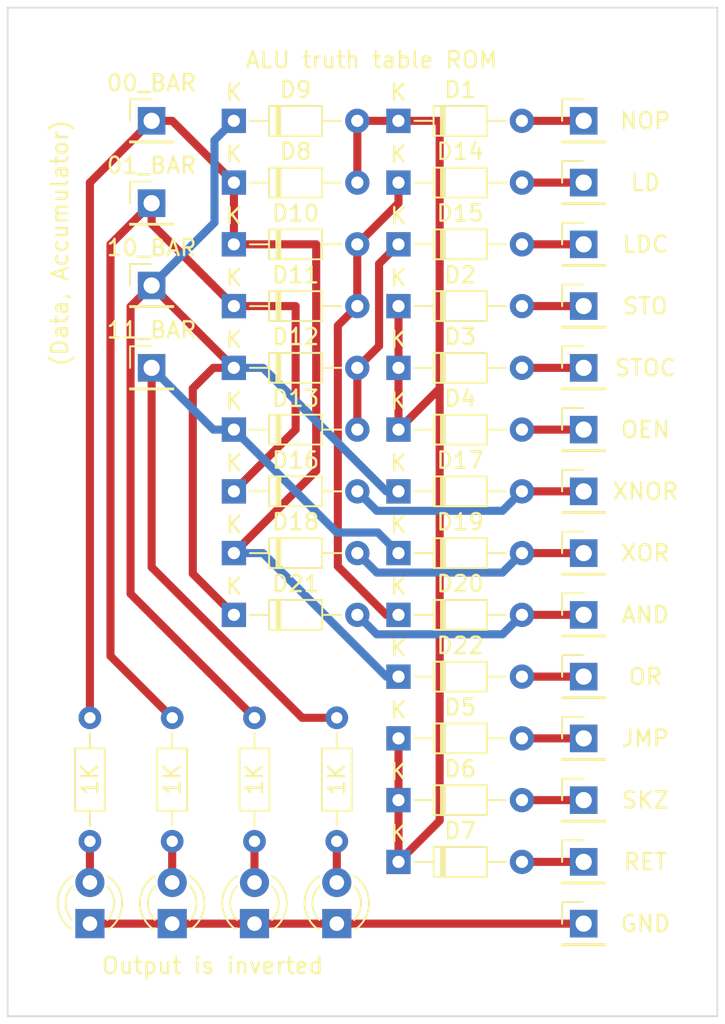
<source format=kicad_pcb>
(kicad_pcb (version 20221018) (generator pcbnew)
  (layers (0 "F.Cu" signal) (31 "B.Cu" signal) (34 "B.Paste" user) (35 "F.Paste" user) (36 "B.SilkS" user "B.Silkscreen") (37 "F.SilkS" user "F.Silkscreen") (38 "B.Mask" user) (39 "F.Mask" user) (44 "Edge.Cuts" user))
  (net 0 "")
  (net 1 "Net-(AND1-Pin_1)")
  (net 2 "Net-(D1-K)")
  (net 3 "Net-(D1-A)")
  (net 4 "Net-(D2-A)")
  (net 5 "Net-(D3-A)")
  (net 6 "Net-(D4-A)")
  (net 7 "Net-(D5-A)")
  (net 8 "Net-(D6-A)")
  (net 9 "Net-(D7-A)")
  (net 10 "Net-(D10-K)")
  (net 11 "Net-(D12-K)")
  (net 12 "Net-(D10-A)")
  (net 13 "Net-(D11-K)")
  (net 14 "Net-(D12-A)")
  (net 15 "Net-(D13-K)")
  (net 16 "Net-(D14-A)")
  (net 17 "Net-(D16-A)")
  (net 18 "Net-(D15-A)")
  (net 19 "Net-(D22-A)")
  (net 20 "Net-(D18-A)")
  (net 21 "GND")
  (net 22 "Net-(D23-A)")
  (net 23 "Net-(D24-A)")
  (net 24 "Net-(D25-A)")
  (net 25 "Net-(D26-A)")
  (footprint "Diode_THT:D_DO-34_SOD68_P7.62mm_Horizontal" (layer "F.Cu") (at 34.925 51.435)
    (fp_text reference "D16" (at 3.81 -1.92) (layer "F.SilkS"))
    (fp_text value "D")
    (fp_text user "K" (at 0 -1.75) (layer "F.SilkS"))
    (pad "1" thru_hole rect (at 0 0) (size 1.5 1.5) (drill 0.75) (layers "*.Cu" "*.Mask") (net 13 "Net-(D11-K)"))
    (pad "2" thru_hole oval (at 7.62 0) (size 1.5 1.5) (drill 0.75) (layers "*.Cu" "*.Mask") (net 17 "Net-(D16-A)"))
  )
  (footprint "Diode_THT:D_DO-34_SOD68_P7.62mm_Horizontal" (layer "F.Cu") (at 45.085 62.865)
    (fp_text reference "D22" (at 3.81 -1.92) (layer "F.SilkS"))
    (fp_text value "D")
    (fp_text user "K" (at 0 -1.75) (layer "F.SilkS"))
    (pad "1" thru_hole rect (at 0 0) (size 1.5 1.5) (drill 0.75) (layers "*.Cu" "*.Mask") (net 10 "Net-(D10-K)"))
    (pad "2" thru_hole oval (at 7.62 0) (size 1.5 1.5) (drill 0.75) (layers "*.Cu" "*.Mask") (net 19 "Net-(D22-A)"))
  )
  (footprint "Connector_PinHeader_2.54mm:PinHeader_1x01_P2.54mm_Vertical" (layer "F.Cu") (at 56.515 40.005)
    (fp_text reference "STO" (at 3.81 0) (layer "F.SilkS"))
    (fp_text value "Conn_01x01_Pin" hide)
    (pad "1" thru_hole rect (at 0 0) (size 1.7 1.7) (drill 1) (layers "*.Cu" "*.Mask") (net 4 "Net-(D2-A)"))
  )
  (footprint "Diode_THT:D_DO-34_SOD68_P7.62mm_Horizontal" (layer "F.Cu") (at 45.085 55.245)
    (fp_text reference "D19" (at 3.81 -1.92) (layer "F.SilkS"))
    (fp_text value "D")
    (fp_text user "K" (at 0 -1.75) (layer "F.SilkS"))
    (pad "1" thru_hole rect (at 0 0) (size 1.5 1.5) (drill 0.75) (layers "*.Cu" "*.Mask") (net 15 "Net-(D13-K)"))
    (pad "2" thru_hole oval (at 7.62 0) (size 1.5 1.5) (drill 0.75) (layers "*.Cu" "*.Mask") (net 20 "Net-(D18-A)"))
  )
  (footprint "Diode_THT:D_DO-34_SOD68_P7.62mm_Horizontal" (layer "F.Cu") (at 45.085 47.625)
    (fp_text reference "D4" (at 3.81 -1.92) (layer "F.SilkS"))
    (fp_text value "D")
    (fp_text user "K" (at 0 -1.75) (layer "F.SilkS"))
    (pad "1" thru_hole rect (at 0 0) (size 1.5 1.5) (drill 0.75) (layers "*.Cu" "*.Mask") (net 2 "Net-(D1-K)"))
    (pad "2" thru_hole oval (at 7.62 0) (size 1.5 1.5) (drill 0.75) (layers "*.Cu" "*.Mask") (net 6 "Net-(D4-A)"))
  )
  (footprint "Diode_THT:D_DO-34_SOD68_P7.62mm_Horizontal" (layer "F.Cu") (at 34.925 40.005)
    (fp_text reference "D11" (at 3.81 -1.92) (layer "F.SilkS"))
    (fp_text value "D")
    (fp_text user "K" (at 0 -1.75) (layer "F.SilkS"))
    (pad "1" thru_hole rect (at 0 0) (size 1.5 1.5) (drill 0.75) (layers "*.Cu" "*.Mask") (net 13 "Net-(D11-K)"))
    (pad "2" thru_hole oval (at 7.62 0) (size 1.5 1.5) (drill 0.75) (layers "*.Cu" "*.Mask") (net 12 "Net-(D10-A)"))
  )
  (footprint "Diode_THT:D_DO-34_SOD68_P7.62mm_Horizontal" (layer "F.Cu") (at 45.085 51.435)
    (fp_text reference "D17" (at 3.81 -1.92) (layer "F.SilkS"))
    (fp_text value "D")
    (fp_text user "K" (at 0 -1.75) (layer "F.SilkS"))
    (pad "1" thru_hole rect (at 0 0) (size 1.5 1.5) (drill 0.75) (layers "*.Cu" "*.Mask") (net 11 "Net-(D12-K)"))
    (pad "2" thru_hole oval (at 7.62 0) (size 1.5 1.5) (drill 0.75) (layers "*.Cu" "*.Mask") (net 17 "Net-(D16-A)"))
  )
  (footprint "Resistor_THT:R_Axial_DIN0204_L3.6mm_D1.6mm_P7.62mm_Horizontal" (layer "F.Cu") (at 36.195 65.405 -90)
    (fp_text reference "1K" (at 3.81 0 90) (layer "F.SilkS"))
    (fp_text value "1K" hide)
    (pad "1" thru_hole circle (at 0 0 270) (size 1.4 1.4) (drill 0.7) (layers "*.Cu" "*.Mask") (net 11 "Net-(D12-K)"))
    (pad "2" thru_hole oval (at 7.62 0 270) (size 1.4 1.4) (drill 0.7) (layers "*.Cu" "*.Mask") (net 24 "Net-(D25-A)"))
  )
  (footprint "Connector_PinHeader_2.54mm:PinHeader_1x01_P2.54mm_Vertical" (layer "F.Cu") (at 56.515 28.575)
    (fp_text reference "NOP" (at 3.81 0) (layer "F.SilkS"))
    (fp_text value "Conn_01x01_Pin" hide)
    (pad "1" thru_hole rect (at 0 0) (size 1.7 1.7) (drill 1) (layers "*.Cu" "*.Mask") (net 3 "Net-(D1-A)"))
  )
  (footprint "Connector_PinHeader_2.54mm:PinHeader_1x01_P2.54mm_Vertical" (layer "F.Cu") (at 56.515 78.105)
    (fp_text reference "GND" (at 3.81 0) (layer "F.SilkS"))
    (fp_text value "Conn_01x01_Pin" hide)
    (pad "1" thru_hole rect (at 0 0) (size 1.7 1.7) (drill 1) (layers "*.Cu" "*.Mask") (net 21 "GND"))
  )
  (footprint "MountingHole:MountingHole_2.1mm" (layer "F.Cu") (at 22.86 23.495)
    (fp_text reference "REF**" hide)
    (fp_text value "MountingHole_2.1mm" hide)
    (pad "" np_thru_hole circle (at 0 0) (size 2.1 2.1) (drill 2.1) (layers "F&B.Cu" "*.Mask"))
  )
  (footprint "Connector_PinHeader_2.54mm:PinHeader_1x01_P2.54mm_Vertical" (layer "F.Cu") (at 29.845 33.655)
    (fp_text reference "01_BAR" (at 0 -2.33) (layer "F.SilkS"))
    (fp_text value "Conn_01x01_Pin" hide)
    (pad "1" thru_hole rect (at 0 0) (size 1.7 1.7) (drill 1) (layers "*.Cu" "*.Mask") (net 13 "Net-(D11-K)"))
  )
  (footprint "Diode_THT:D_DO-34_SOD68_P7.62mm_Horizontal" (layer "F.Cu") (at 45.085 66.675)
    (fp_text reference "D5" (at 3.81 -1.92) (layer "F.SilkS"))
    (fp_text value "D")
    (fp_text user "K" (at 0 -1.75) (layer "F.SilkS"))
    (pad "1" thru_hole rect (at 0 0) (size 1.5 1.5) (drill 0.75) (layers "*.Cu" "*.Mask") (net 2 "Net-(D1-K)"))
    (pad "2" thru_hole oval (at 7.62 0) (size 1.5 1.5) (drill 0.75) (layers "*.Cu" "*.Mask") (net 7 "Net-(D5-A)"))
  )
  (footprint "Diode_THT:D_DO-34_SOD68_P7.62mm_Horizontal" (layer "F.Cu") (at 45.085 74.295)
    (fp_text reference "D7" (at 3.81 -1.92) (layer "F.SilkS"))
    (fp_text value "D")
    (fp_text user "K" (at 0 -1.75) (layer "F.SilkS"))
    (pad "1" thru_hole rect (at 0 0) (size 1.5 1.5) (drill 0.75) (layers "*.Cu" "*.Mask") (net 2 "Net-(D1-K)"))
    (pad "2" thru_hole oval (at 7.62 0) (size 1.5 1.5) (drill 0.75) (layers "*.Cu" "*.Mask") (net 9 "Net-(D7-A)"))
  )
  (footprint "Diode_THT:D_DO-34_SOD68_P7.62mm_Horizontal" (layer "F.Cu") (at 34.92 28.575)
    (fp_text reference "D9" (at 3.81 -1.92) (layer "F.SilkS"))
    (fp_text value "D")
    (fp_text user "K" (at 0 -1.75) (layer "F.SilkS"))
    (pad "1" thru_hole rect (at 0 0) (size 1.5 1.5) (drill 0.75) (layers "*.Cu" "*.Mask") (net 11 "Net-(D12-K)"))
    (pad "2" thru_hole oval (at 7.62 0) (size 1.5 1.5) (drill 0.75) (layers "*.Cu" "*.Mask") (net 2 "Net-(D1-K)"))
  )
  (footprint "Resistor_THT:R_Axial_DIN0204_L3.6mm_D1.6mm_P7.62mm_Horizontal" (layer "F.Cu") (at 26.035 65.405 -90)
    (fp_text reference "1K" (at 3.81 0 90) (layer "F.SilkS"))
    (fp_text value "2K" hide)
    (pad "1" thru_hole circle (at 0 0 270) (size 1.4 1.4) (drill 0.7) (layers "*.Cu" "*.Mask") (net 10 "Net-(D10-K)"))
    (pad "2" thru_hole oval (at 7.62 0 270) (size 1.4 1.4) (drill 0.7) (layers "*.Cu" "*.Mask") (net 22 "Net-(D23-A)"))
  )
  (footprint "Diode_THT:D_DO-34_SOD68_P7.62mm_Horizontal" (layer "F.Cu") (at 34.925 59.055)
    (fp_text reference "D21" (at 3.81 -1.92) (layer "F.SilkS"))
    (fp_text value "D")
    (fp_text user "K" (at 0 -1.75) (layer "F.SilkS"))
    (pad "1" thru_hole rect (at 0 0) (size 1.5 1.5) (drill 0.75) (layers "*.Cu" "*.Mask") (net 11 "Net-(D12-K)"))
    (pad "2" thru_hole oval (at 7.62 0) (size 1.5 1.5) (drill 0.75) (layers "*.Cu" "*.Mask") (net 1 "Net-(AND1-Pin_1)"))
  )
  (footprint "Connector_PinHeader_2.54mm:PinHeader_1x01_P2.54mm_Vertical" (layer "F.Cu") (at 56.515 32.385)
    (fp_text reference "LD" (at 3.81 0) (layer "F.SilkS"))
    (fp_text value "Conn_01x01_Pin" hide)
    (pad "1" thru_hole rect (at 0 0) (size 1.7 1.7) (drill 1) (layers "*.Cu" "*.Mask") (net 16 "Net-(D14-A)"))
  )
  (footprint "Connector_PinHeader_2.54mm:PinHeader_1x01_P2.54mm_Vertical" (layer "F.Cu") (at 29.845 28.575)
    (fp_text reference "00_BAR" (at 0 -2.33) (layer "F.SilkS"))
    (fp_text value "Conn_01x01_Pin" hide)
    (pad "1" thru_hole rect (at 0 0) (size 1.7 1.7) (drill 1) (layers "*.Cu" "*.Mask") (net 10 "Net-(D10-K)"))
  )
  (footprint "Connector_PinHeader_2.54mm:PinHeader_1x01_P2.54mm_Vertical" (layer "F.Cu") (at 56.515 62.865)
    (fp_text reference "OR" (at 3.81 0) (layer "F.SilkS"))
    (fp_text value "Conn_01x01_Pin" hide)
    (pad "1" thru_hole rect (at 0 0) (size 1.7 1.7) (drill 1) (layers "*.Cu" "*.Mask") (net 19 "Net-(D22-A)"))
  )
  (footprint "Connector_PinHeader_2.54mm:PinHeader_1x01_P2.54mm_Vertical" (layer "F.Cu") (at 56.515 36.195)
    (fp_text reference "LDC" (at 3.81 0) (layer "F.SilkS"))
    (fp_text value "Conn_01x01_Pin" hide)
    (pad "1" thru_hole rect (at 0 0) (size 1.7 1.7) (drill 1) (layers "*.Cu" "*.Mask") (net 18 "Net-(D15-A)"))
  )
  (footprint "Diode_THT:D_DO-34_SOD68_P7.62mm_Horizontal" (layer "F.Cu") (at 34.925 47.625)
    (fp_text reference "D13" (at 3.81 -1.92) (layer "F.SilkS"))
    (fp_text value "D")
    (fp_text user "K" (at 0 -1.75) (layer "F.SilkS"))
    (pad "1" thru_hole rect (at 0 0) (size 1.5 1.5) (drill 0.75) (layers "*.Cu" "*.Mask") (net 15 "Net-(D13-K)"))
    (pad "2" thru_hole oval (at 7.62 0) (size 1.5 1.5) (drill 0.75) (layers "*.Cu" "*.Mask") (net 14 "Net-(D12-A)"))
  )
  (footprint "Diode_THT:D_DO-34_SOD68_P7.62mm_Horizontal" (layer "F.Cu") (at 34.92 43.815)
    (fp_text reference "D12" (at 3.81 -1.92) (layer "F.SilkS"))
    (fp_text value "D")
    (fp_text user "K" (at 0 -1.75) (layer "F.SilkS"))
    (pad "1" thru_hole rect (at 0 0) (size 1.5 1.5) (drill 0.75) (layers "*.Cu" "*.Mask") (net 11 "Net-(D12-K)"))
    (pad "2" thru_hole oval (at 7.62 0) (size 1.5 1.5) (drill 0.75) (layers "*.Cu" "*.Mask") (net 14 "Net-(D12-A)"))
  )
  (footprint "Diode_THT:D_DO-34_SOD68_P7.62mm_Horizontal" (layer "F.Cu") (at 34.925 32.385)
    (fp_text reference "D8" (at 3.81 -1.92) (layer "F.SilkS"))
    (fp_text value "D")
    (fp_text user "K" (at 0 -1.75) (layer "F.SilkS"))
    (pad "1" thru_hole rect (at 0 0) (size 1.5 1.5) (drill 0.75) (layers "*.Cu" "*.Mask") (net 10 "Net-(D10-K)"))
    (pad "2" thru_hole oval (at 7.62 0) (size 1.5 1.5) (drill 0.75) (layers "*.Cu" "*.Mask") (net 2 "Net-(D1-K)"))
  )
  (footprint "Diode_THT:D_DO-34_SOD68_P7.62mm_Horizontal" (layer "F.Cu") (at 45.085 59.055)
    (fp_text reference "D20" (at 3.81 -1.92) (layer "F.SilkS"))
    (fp_text value "D")
    (fp_text user "K" (at 0 -1.75) (layer "F.SilkS"))
    (pad "1" thru_hole rect (at 0 0) (size 1.5 1.5) (drill 0.75) (layers "*.Cu" "*.Mask") (net 12 "Net-(D10-A)"))
    (pad "2" thru_hole oval (at 7.62 0) (size 1.5 1.5) (drill 0.75) (layers "*.Cu" "*.Mask") (net 1 "Net-(AND1-Pin_1)"))
  )
  (footprint "Connector_PinHeader_2.54mm:PinHeader_1x01_P2.54mm_Vertical" (layer "F.Cu") (at 56.515 55.245)
    (fp_text reference "XOR" (at 3.81 0) (layer "F.SilkS"))
    (fp_text value "Conn_01x01_Pin" hide)
    (pad "1" thru_hole rect (at 0 0) (size 1.7 1.7) (drill 1) (layers "*.Cu" "*.Mask") (net 20 "Net-(D18-A)"))
  )
  (footprint "Diode_THT:D_DO-34_SOD68_P7.62mm_Horizontal" (layer "F.Cu") (at 45.085 32.385)
    (fp_text reference "D14" (at 3.81 -1.92) (layer "F.SilkS"))
    (fp_text value "D")
    (fp_text user "K" (at 0 -1.75) (layer "F.SilkS"))
    (pad "1" thru_hole rect (at 0 0) (size 1.5 1.5) (drill 0.75) (layers "*.Cu" "*.Mask") (net 12 "Net-(D10-A)"))
    (pad "2" thru_hole oval (at 7.62 0) (size 1.5 1.5) (drill 0.75) (layers "*.Cu" "*.Mask") (net 16 "Net-(D14-A)"))
  )
  (footprint "Connector_PinHeader_2.54mm:PinHeader_1x01_P2.54mm_Vertical" (layer "F.Cu") (at 56.515 66.675)
    (fp_text reference "JMP" (at 3.81 0) (layer "F.SilkS"))
    (fp_text value "Conn_01x01_Pin" hide)
    (pad "1" thru_hole rect (at 0 0) (size 1.7 1.7) (drill 1) (layers "*.Cu" "*.Mask") (net 7 "Net-(D5-A)"))
  )
  (footprint "Diode_THT:D_DO-34_SOD68_P7.62mm_Horizontal" (layer "F.Cu") (at 45.085 43.815)
    (fp_text reference "D3" (at 3.81 -1.92) (layer "F.SilkS"))
    (fp_text value "D")
    (fp_text user "K" (at 0 -1.75) (layer "F.SilkS"))
    (pad "1" thru_hole rect (at 0 0) (size 1.5 1.5) (drill 0.75) (layers "*.Cu" "*.Mask") (net 2 "Net-(D1-K)"))
    (pad "2" thru_hole oval (at 7.62 0) (size 1.5 1.5) (drill 0.75) (layers "*.Cu" "*.Mask") (net 5 "Net-(D3-A)"))
  )
  (footprint "Connector_PinHeader_2.54mm:PinHeader_1x01_P2.54mm_Vertical" (layer "F.Cu") (at 29.845 38.735)
    (fp_text reference "10_BAR" (at 0 -2.33) (layer "F.SilkS"))
    (fp_text value "Conn_01x01_Pin" hide)
    (pad "1" thru_hole rect (at 0 0) (size 1.7 1.7) (drill 1) (layers "*.Cu" "*.Mask") (net 11 "Net-(D12-K)"))
  )
  (footprint "LED_THT:LED_D3.0mm" (layer "F.Cu") (at 26.035 78.105 90)
    (fp_text reference "D23" hide)
    (fp_text value "LED" hide)
    (pad "1" thru_hole rect (at 0 0 90) (size 1.8 1.8) (drill 0.9) (layers "*.Cu" "*.Mask") (net 21 "GND"))
    (pad "2" thru_hole circle (at 2.54 0 90) (size 1.8 1.8) (drill 0.9) (layers "*.Cu" "*.Mask") (net 22 "Net-(D23-A)"))
  )
  (footprint "Diode_THT:D_DO-34_SOD68_P7.62mm_Horizontal" (layer "F.Cu") (at 45.085 36.195)
    (fp_text reference "D15" (at 3.81 -1.92) (layer "F.SilkS"))
    (fp_text value "D")
    (fp_text user "K" (at 0 -1.75) (layer "F.SilkS"))
    (pad "1" thru_hole rect (at 0 0) (size 1.5 1.5) (drill 0.75) (layers "*.Cu" "*.Mask") (net 14 "Net-(D12-A)"))
    (pad "2" thru_hole oval (at 7.62 0) (size 1.5 1.5) (drill 0.75) (layers "*.Cu" "*.Mask") (net 18 "Net-(D15-A)"))
  )
  (footprint "LED_THT:LED_D3.0mm" (layer "F.Cu") (at 41.275 78.105 90)
    (fp_text reference "D26" hide)
    (fp_text value "LED" hide)
    (pad "1" thru_hole rect (at 0 0 90) (size 1.8 1.8) (drill 0.9) (layers "*.Cu" "*.Mask") (net 21 "GND"))
    (pad "2" thru_hole circle (at 2.54 0 90) (size 1.8 1.8) (drill 0.9) (layers "*.Cu" "*.Mask") (net 25 "Net-(D26-A)"))
  )
  (footprint "Diode_THT:D_DO-34_SOD68_P7.62mm_Horizontal" (layer "F.Cu") (at 34.92 36.195)
    (fp_text reference "D10" (at 3.81 -1.92) (layer "F.SilkS"))
    (fp_text value "D")
    (fp_text user "K" (at 0 -1.75) (layer "F.SilkS"))
    (pad "1" thru_hole rect (at 0 0) (size 1.5 1.5) (drill 0.75) (layers "*.Cu" "*.Mask") (net 10 "Net-(D10-K)"))
    (pad "2" thru_hole oval (at 7.62 0) (size 1.5 1.5) (drill 0.75) (layers "*.Cu" "*.Mask") (net 12 "Net-(D10-A)"))
  )
  (footprint "Connector_PinHeader_2.54mm:PinHeader_1x01_P2.54mm_Vertical" (layer "F.Cu") (at 56.515 74.295)
    (fp_text reference "RET" (at 3.81 0) (layer "F.SilkS"))
    (fp_text value "Conn_01x01_Pin" hide)
    (pad "1" thru_hole rect (at 0 0) (size 1.7 1.7) (drill 1) (layers "*.Cu" "*.Mask") (net 9 "Net-(D7-A)"))
  )
  (footprint "Connector_PinHeader_2.54mm:PinHeader_1x01_P2.54mm_Vertical" (layer "F.Cu") (at 29.845 43.815)
    (fp_text reference "11_BAR" (at 0 -2.33) (layer "F.SilkS"))
    (fp_text value "Conn_01x01_Pin" hide)
    (pad "1" thru_hole rect (at 0 0) (size 1.7 1.7) (drill 1) (layers "*.Cu" "*.Mask") (net 15 "Net-(D13-K)"))
  )
  (footprint "Diode_THT:D_DO-34_SOD68_P7.62mm_Horizontal" (layer "F.Cu") (at 45.085 70.485)
    (fp_text reference "D6" (at 3.81 -1.92) (layer "F.SilkS"))
    (fp_text value "D")
    (fp_text user "K" (at 0 -1.75) (layer "F.SilkS"))
    (pad "1" thru_hole rect (at 0 0) (size 1.5 1.5) (drill 0.75) (layers "*.Cu" "*.Mask") (net 2 "Net-(D1-K)"))
    (pad "2" thru_hole oval (at 7.62 0) (size 1.5 1.5) (drill 0.75) (layers "*.Cu" "*.Mask") (net 8 "Net-(D6-A)"))
  )
  (footprint "Diode_THT:D_DO-34_SOD68_P7.62mm_Horizontal" (layer "F.Cu") (at 34.925 55.245)
    (fp_text reference "D18" (at 3.81 -1.92) (layer "F.SilkS"))
    (fp_text value "D")
    (fp_text user "K" (at 0 -1.75) (layer "F.SilkS"))
    (pad "1" thru_hole rect (at 0 0) (size 1.5 1.5) (drill 0.75) (layers "*.Cu" "*.Mask") (net 10 "Net-(D10-K)"))
    (pad "2" thru_hole oval (at 7.62 0) (size 1.5 1.5) (drill 0.75) (layers "*.Cu" "*.Mask") (net 20 "Net-(D18-A)"))
  )
  (footprint "Diode_THT:D_DO-34_SOD68_P7.62mm_Horizontal" (layer "F.Cu") (at 45.085 40.005)
    (fp_text reference "D2" (at 3.81 -1.92) (layer "F.SilkS"))
    (fp_text value "D")
    (fp_text user "K" (at 0 -1.75) (layer "F.SilkS"))
    (pad "1" thru_hole rect (at 0 0) (size 1.5 1.5) (drill 0.75) (layers "*.Cu" "*.Mask") (net 2 "Net-(D1-K)"))
    (pad "2" thru_hole oval (at 7.62 0) (size 1.5 1.5) (drill 0.75) (layers "*.Cu" "*.Mask") (net 4 "Net-(D2-A)"))
  )
  (footprint "MountingHole:MountingHole_2.1mm" (layer "F.Cu") (at 62.865 23.495)
    (fp_text reference "REF**" hide)
    (fp_text value "MountingHole_2.1mm" hide)
    (pad "" np_thru_hole circle (at 0 0) (size 2.1 2.1) (drill 2.1) (layers "*.Cu" "*.Mask"))
  )
  (footprint "Connector_PinHeader_2.54mm:PinHeader_1x01_P2.54mm_Vertical" (layer "F.Cu") (at 56.515 51.435)
    (fp_text reference "XNOR" (at 3.81 0) (layer "F.SilkS"))
    (fp_text value "Conn_01x01_Pin" hide)
    (pad "1" thru_hole rect (at 0 0) (size 1.7 1.7) (drill 1) (layers "*.Cu" "*.Mask") (net 17 "Net-(D16-A)"))
  )
  (footprint "Diode_THT:D_DO-34_SOD68_P7.62mm_Horizontal" (layer "F.Cu") (at 45.08 28.575)
    (fp_text reference "D1" (at 3.81 -1.92) (layer "F.SilkS"))
    (fp_text value "D")
    (fp_text user "K" (at 0 -1.75) (layer "F.SilkS"))
    (pad "1" thru_hole rect (at 0 0) (size 1.5 1.5) (drill 0.75) (layers "*.Cu" "*.Mask") (net 2 "Net-(D1-K)"))
    (pad "2" thru_hole oval (at 7.62 0) (size 1.5 1.5) (drill 0.75) (layers "*.Cu" "*.Mask") (net 3 "Net-(D1-A)"))
  )
  (footprint "Connector_PinHeader_2.54mm:PinHeader_1x01_P2.54mm_Vertical" (layer "F.Cu") (at 56.515 47.625)
    (fp_text reference "OEN" (at 3.81 0) (layer "F.SilkS"))
    (fp_text value "Conn_01x01_Pin" hide)
    (pad "1" thru_hole rect (at 0 0) (size 1.7 1.7) (drill 1) (layers "*.Cu" "*.Mask") (net 6 "Net-(D4-A)"))
  )
  (footprint "LED_THT:LED_D3.0mm" (layer "F.Cu") (at 36.195 78.105 90)
    (fp_text reference "D25" hide)
    (fp_text value "LED" hide)
    (pad "1" thru_hole rect (at 0 0 90) (size 1.8 1.8) (drill 0.9) (layers "*.Cu" "*.Mask") (net 21 "GND"))
    (pad "2" thru_hole circle (at 2.54 0 90) (size 1.8 1.8) (drill 0.9) (layers "*.Cu" "*.Mask") (net 24 "Net-(D25-A)"))
  )
  (footprint "MountingHole:MountingHole_2.1mm" (layer "F.Cu") (at 62.865 81.915)
    (fp_text reference "REF**" hide)
    (fp_text value "MountingHole_2.1mm" hide)
    (pad "" np_thru_hole circle (at 0 0) (size 2.1 2.1) (drill 2.1) (layers "F&B.Cu" "*.Mask"))
  )
  (footprint "Connector_PinHeader_2.54mm:PinHeader_1x01_P2.54mm_Vertical" (layer "F.Cu") (at 56.515 59.055)
    (fp_text reference "AND" (at 3.81 0) (layer "F.SilkS"))
    (fp_text value "Conn_01x01_Pin" hide)
    (pad "1" thru_hole rect (at 0 0) (size 1.7 1.7) (drill 1) (layers "*.Cu" "*.Mask") (net 1 "Net-(AND1-Pin_1)"))
  )
  (footprint "Connector_PinHeader_2.54mm:PinHeader_1x01_P2.54mm_Vertical" (layer "F.Cu") (at 56.515 70.485)
    (fp_text reference "SKZ" (at 3.81 0) (layer "F.SilkS"))
    (fp_text value "Conn_01x01_Pin" hide)
    (pad "1" thru_hole rect (at 0 0) (size 1.7 1.7) (drill 1) (layers "*.Cu" "*.Mask") (net 8 "Net-(D6-A)"))
  )
  (footprint "Resistor_THT:R_Axial_DIN0204_L3.6mm_D1.6mm_P7.62mm_Horizontal" (layer "F.Cu") (at 31.115 65.405 -90)
    (fp_text reference "1K" (at 3.81 0 90) (layer "F.SilkS"))
    (fp_text value "1K" hide)
    (pad "1" thru_hole circle (at 0 0 270) (size 1.4 1.4) (drill 0.7) (layers "*.Cu" "*.Mask") (net 13 "Net-(D11-K)"))
    (pad "2" thru_hole oval (at 7.62 0 270) (size 1.4 1.4) (drill 0.7) (layers "*.Cu" "*.Mask") (net 23 "Net-(D24-A)"))
  )
  (footprint "MountingHole:MountingHole_2.1mm" (layer "F.Cu") (at 22.86 81.28)
    (fp_text reference "REF**" hide)
    (fp_text value "MountingHole_2.1mm" hide)
    (pad "" np_thru_hole circle (at 0 0) (size 2.1 2.1) (drill 2.1) (layers "F&B.Cu" "*.Mask"))
  )
  (footprint "LED_THT:LED_D3.0mm" (layer "F.Cu") (at 31.115 78.105 90)
    (fp_text reference "D24" hide)
    (fp_text value "LED" hide)
    (pad "1" thru_hole rect (at 0 0 90) (size 1.8 1.8) (drill 0.9) (layers "*.Cu" "*.Mask") (net 21 "GND"))
    (pad "2" thru_hole circle (at 2.54 0 90) (size 1.8 1.8) (drill 0.9) (layers "*.Cu" "*.Mask") (net 23 "Net-(D24-A)"))
  )
  (footprint "Resistor_THT:R_Axial_DIN0204_L3.6mm_D1.6mm_P7.62mm_Horizontal" (layer "F.Cu") (at 41.275 65.405 -90)
    (fp_text reference "1K" (at 3.81 0 90) (layer "F.SilkS"))
    (fp_text value "1k")
    (pad "1" thru_hole circle (at 0 0 270) (size 1.4 1.4) (drill 0.7) (layers "*.Cu" "*.Mask") (net 15 "Net-(D13-K)"))
    (pad "2" thru_hole oval (at 7.62 0 270) (size 1.4 1.4) (drill 0.7) (layers "*.Cu" "*.Mask") (net 25 "Net-(D26-A)"))
  )
  (footprint "Connector_PinHeader_2.54mm:PinHeader_1x01_P2.54mm_Vertical" (layer "F.Cu") (at 56.515 43.815)
    (fp_text reference "STOC" (at 3.81 0) (layer "F.SilkS"))
    (fp_text value "Conn_01x01_Pin" hide)
    (pad "1" thru_hole rect (at 0 0) (size 1.7 1.7) (drill 1) (layers "*.Cu" "*.Mask") (net 5 "Net-(D3-A)"))
  )
  (gr_rect (start 20.955 21.59) (end 64.77 83.82) (stroke (width 0.1)) (fill none) (layer "Edge.Cuts"))
  (gr_text "ALU truth table ROM" (at 35.56 25.4) (layer "F.SilkS") (effects (font (size 1 1)) (justify left bottom)))
  (gr_text "Output is inverted" (at 26.67 81.28) (layer "F.SilkS") (effects (font (size 1 1)) (justify left bottom)))
  (gr_text "(Data, Accumulator)" (at 24.765 43.815 90) (layer "F.SilkS") (effects (font (size 1 1)) (justify left bottom)))
  (segment (start 52.705 59.055) (end 56.515 59.055) (width 0.5) (layer "F.Cu") (net 1))
  (segment (start 43.745 60.255) (end 42.545 59.055) (width 0.5) (layer "B.Cu") (net 1))
  (segment (start 51.505 60.255) (end 43.745 60.255) (width 0.5) (layer "B.Cu") (net 1))
  (segment (start 52.705 59.055) (end 51.505 60.255) (width 0.5) (layer "B.Cu") (net 1))
  (segment (start 42.54 28.575) (end 45.08 28.575) (width 0.5) (layer "F.Cu") (net 2))
  (segment (start 47.625 45.085) (end 47.625 71.755) (width 0.5) (layer "F.Cu") (net 2))
  (segment (start 42.545 28.58) (end 42.54 28.575) (width 0.5) (layer "F.Cu") (net 2))
  (segment (start 42.545 32.385) (end 42.545 28.58) (width 0.5) (layer "F.Cu") (net 2))
  (segment (start 47.625 28.575) (end 47.625 45.085) (width 0.5) (layer "F.Cu") (net 2))
  (segment (start 47.625 45.085) (end 45.085 47.625) (width 0.5) (layer "F.Cu") (net 2))
  (segment (start 45.08 28.575) (end 47.625 28.575) (width 0.5) (layer "F.Cu") (net 2))
  (segment (start 45.085 66.675) (end 45.085 74.295) (width 0.5) (layer "F.Cu") (net 2))
  (segment (start 47.625 71.755) (end 45.085 74.295) (width 0.5) (layer "F.Cu") (net 2))
  (segment (start 45.085 47.625) (end 45.085 40.005) (width 0.5) (layer "F.Cu") (net 2))
  (segment (start 52.7 28.575) (end 56.515 28.575) (width 0.5) (layer "F.Cu") (net 3))
  (segment (start 56.515 40.005) (end 52.705 40.005) (width 0.5) (layer "F.Cu") (net 4))
  (segment (start 52.705 43.815) (end 56.515 43.815) (width 0.5) (layer "F.Cu") (net 5))
  (segment (start 56.515 47.625) (end 52.705 47.625) (width 0.5) (layer "F.Cu") (net 6))
  (segment (start 52.705 66.675) (end 56.515 66.675) (width 0.5) (layer "F.Cu") (net 7))
  (segment (start 56.515 70.485) (end 52.705 70.485) (width 0.5) (layer "F.Cu") (net 8))
  (segment (start 52.705 74.295) (end 56.515 74.295) (width 0.5) (layer "F.Cu") (net 9))
  (segment (start 26.035 65.405) (end 26.035 32.385) (width 0.5) (layer "F.Cu") (net 10))
  (segment (start 29.845 28.575) (end 31.115 28.575) (width 0.5) (layer "F.Cu") (net 10))
  (segment (start 26.035 32.385) (end 29.845 28.575) (width 0.5) (layer "F.Cu") (net 10))
  (segment (start 34.92 36.195) (end 40.005 36.195) (width 0.5) (layer "F.Cu") (net 10))
  (segment (start 40.005 50.165) (end 34.925 55.245) (width 0.5) (layer "F.Cu") (net 10))
  (segment (start 40.005 36.195) (end 40.005 50.165) (width 0.5) (layer "F.Cu") (net 10))
  (segment (start 34.925 36.19) (end 34.92 36.195) (width 0.5) (layer "F.Cu") (net 10))
  (segment (start 34.925 32.385) (end 34.925 36.19) (width 0.5) (layer "F.Cu") (net 10))
  (segment (start 31.115 28.575) (end 34.925 32.385) (width 0.5) (layer "F.Cu") (net 10))
  (segment (start 44.335 62.865) (end 36.715 55.245) (width 0.5) (layer "B.Cu") (net 10))
  (segment (start 36.715 55.245) (end 34.925 55.245) (width 0.5) (layer "B.Cu") (net 10))
  (segment (start 45.085 62.865) (end 44.335 62.865) (width 0.5) (layer "B.Cu") (net 10))
  (segment (start 32.385 45.085) (end 33.655 43.815) (width 0.5) (layer "F.Cu") (net 11))
  (segment (start 34.92 43.81) (end 34.92 43.815) (width 0.5) (layer "F.Cu") (net 11))
  (segment (start 29.845 38.735) (end 34.92 43.81) (width 0.5) (layer "F.Cu") (net 11))
  (segment (start 32.385 56.515) (end 34.925 59.055) (width 0.5) (layer "F.Cu") (net 11))
  (segment (start 28.545 57.755) (end 28.545 40.035) (width 0.5) (layer "F.Cu") (net 11))
  (segment (start 32.385 56.515) (end 32.385 45.085) (width 0.5) (layer "F.Cu") (net 11))
  (segment (start 28.545 40.035) (end 29.845 38.735) (width 0.5) (layer "F.Cu") (net 11))
  (segment (start 36.195 65.405) (end 28.545 57.755) (width 0.5) (layer "F.Cu") (net 11))
  (segment (start 34.92 43.815) (end 33.655 43.815) (width 0.5) (layer "F.Cu") (net 11))
  (segment (start 33.725 34.855) (end 29.845 38.735) (width 0.5) (layer "B.Cu") (net 11))
  (segment (start 45.085 51.435) (end 44.335 51.435) (width 0.5) (layer "B.Cu") (net 11))
  (segment (start 33.725 29.77) (end 33.725 34.855) (width 0.5) (layer "B.Cu") (net 11))
  (segment (start 36.715 43.815) (end 34.92 43.815) (width 0.5) (layer "B.Cu") (net 11))
  (segment (start 34.92 28.575) (end 33.725 29.77) (width 0.5) (layer "B.Cu") (net 11))
  (segment (start 44.335 51.435) (end 36.715 43.815) (width 0.5) (layer "B.Cu") (net 11))
  (segment (start 42.54 36.195) (end 42.54 40) (width 0.5) (layer "F.Cu") (net 12))
  (segment (start 45.085 32.385) (end 45.085 33.65) (width 0.5) (layer "F.Cu") (net 12))
  (segment (start 44.335 59.055) (end 41.34 56.06) (width 0.5) (layer "F.Cu") (net 12))
  (segment (start 45.085 59.055) (end 44.335 59.055) (width 0.5) (layer "F.Cu") (net 12))
  (segment (start 41.34 56.06) (end 41.34 41.21) (width 0.5) (layer "F.Cu") (net 12))
  (segment (start 41.34 41.21) (end 42.545 40.005) (width 0.5) (layer "F.Cu") (net 12))
  (segment (start 42.54 40) (end 42.545 40.005) (width 0.5) (layer "F.Cu") (net 12))
  (segment (start 45.085 33.65) (end 42.54 36.195) (width 0.5) (layer "F.Cu") (net 12))
  (segment (start 29.845 33.655) (end 29.845 34.925) (width 0.5) (layer "F.Cu") (net 13))
  (segment (start 27.305 61.595) (end 31.115 65.405) (width 0.5) (layer "F.Cu") (net 13))
  (segment (start 29.845 34.925) (end 34.925 40.005) (width 0.5) (layer "F.Cu") (net 13))
  (segment (start 38.735 47.625) (end 34.925 51.435) (width 0.5) (layer "F.Cu") (net 13))
  (segment (start 34.925 40.005) (end 38.735 40.005) (width 0.5) (layer "F.Cu") (net 13))
  (segment (start 38.735 40.005) (end 38.735 47.625) (width 0.5) (layer "F.Cu") (net 13))
  (segment (start 29.845 33.655) (end 27.305 36.195) (width 0.5) (layer "F.Cu") (net 13))
  (segment (start 27.305 36.195) (end 27.305 61.595) (width 0.5) (layer "F.Cu") (net 13))
  (segment (start 42.545 47.625) (end 42.545 43.82) (width 0.5) (layer "F.Cu") (net 14))
  (segment (start 42.545 43.82) (end 42.54 43.815) (width 0.5) (layer "F.Cu") (net 14))
  (segment (start 42.54 43.815) (end 43.885 42.47) (width 0.5) (layer "F.Cu") (net 14))
  (segment (start 43.885 37.395) (end 45.085 36.195) (width 0.5) (layer "F.Cu") (net 14))
  (segment (start 43.885 42.47) (end 43.885 37.395) (width 0.5) (layer "F.Cu") (net 14))
  (segment (start 29.845 56.111396) (end 29.845 43.815) (width 0.5) (layer "F.Cu") (net 15))
  (segment (start 41.275 65.405) (end 39.138604 65.405) (width 0.5) (layer "F.Cu") (net 15))
  (segment (start 39.138604 65.405) (end 29.845 56.111396) (width 0.5) (layer "F.Cu") (net 15))
  (segment (start 41.275 53.975) (end 34.925 47.625) (width 0.5) (layer "B.Cu") (net 15))
  (segment (start 34.925 47.625) (end 33.655 47.625) (width 0.5) (layer "B.Cu") (net 15))
  (segment (start 45.085 55.245) (end 43.815 53.975) (width 0.5) (layer "B.Cu") (net 15))
  (segment (start 33.655 47.625) (end 29.845 43.815) (width 0.5) (layer "B.Cu") (net 15))
  (segment (start 45.085 55.245) (end 44.664612 55.245) (width 0.5) (layer "B.Cu") (net 15))
  (segment (start 43.815 53.975) (end 41.275 53.975) (width 0.5) (layer "B.Cu") (net 15))
  (segment (start 56.515 32.385) (end 52.705 32.385) (width 0.5) (layer "F.Cu") (net 16))
  (segment (start 56.515 51.435) (end 52.705 51.435) (width 0.5) (layer "F.Cu") (net 17))
  (segment (start 52.705 51.435) (end 51.505 52.635) (width 0.5) (layer "B.Cu") (net 17))
  (segment (start 43.745 52.635) (end 42.545 51.435) (width 0.5) (layer "B.Cu") (net 17))
  (segment (start 51.505 52.635) (end 43.745 52.635) (width 0.5) (layer "B.Cu") (net 17))
  (segment (start 52.705 36.195) (end 56.515 36.195) (width 0.5) (layer "F.Cu") (net 18))
  (segment (start 56.515 62.865) (end 52.705 62.865) (width 0.5) (layer "F.Cu") (net 19))
  (segment (start 52.705 55.245) (end 56.515 55.245) (width 0.5) (layer "F.Cu") (net 20))
  (segment (start 43.745 56.445) (end 42.545 55.245) (width 0.5) (layer "B.Cu") (net 20))
  (segment (start 51.505 56.445) (end 43.745 56.445) (width 0.5) (layer "B.Cu") (net 20))
  (segment (start 52.705 55.245) (end 51.505 56.445) (width 0.5) (layer "B.Cu") (net 20))
  (segment (start 56.515 78.105) (end 26.035 78.105) (width 0.5) (layer "F.Cu") (net 21))
  (segment (start 26.035 75.565) (end 26.035 73.025) (width 0.5) (layer "F.Cu") (net 22))
  (segment (start 31.115 75.565) (end 31.115 73.025) (width 0.5) (layer "F.Cu") (net 23))
  (segment (start 36.195 73.025) (end 36.195 75.565) (width 0.5) (layer "F.Cu") (net 24))
  (segment (start 41.275 73.025) (end 41.275 75.565) (width 0.5) (layer "F.Cu") (net 25))
)
</source>
